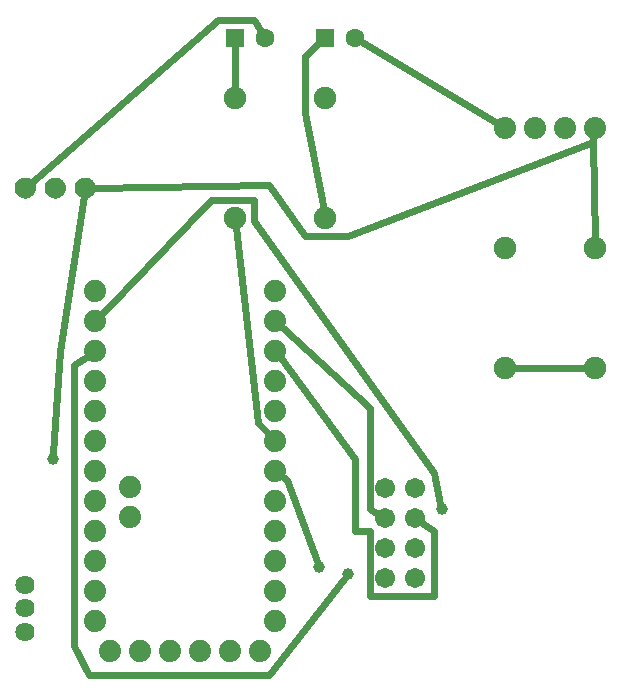
<source format=gbl>
G04 MADE WITH FRITZING*
G04 WWW.FRITZING.ORG*
G04 DOUBLE SIDED*
G04 HOLES PLATED*
G04 CONTOUR ON CENTER OF CONTOUR VECTOR*
%ASAXBY*%
%FSLAX23Y23*%
%MOIN*%
%OFA0B0*%
%SFA1.0B1.0*%
%ADD10C,0.067278*%
%ADD11C,0.073889*%
%ADD12C,0.070000*%
%ADD13C,0.062992*%
%ADD14C,0.075000*%
%ADD15C,0.074000*%
%ADD16C,0.064000*%
%ADD17C,0.039370*%
%ADD18R,0.062992X0.062992*%
%ADD19C,0.024000*%
%ADD20R,0.001000X0.001000*%
%LNCOPPER0*%
G90*
G70*
G54D10*
X1605Y793D03*
X1605Y693D03*
X1605Y593D03*
X1605Y493D03*
X1505Y793D03*
X1505Y693D03*
X1505Y593D03*
X1505Y493D03*
G54D11*
X1905Y1993D03*
X2005Y1993D03*
X2105Y1993D03*
X2205Y1993D03*
G54D12*
X505Y1793D03*
X405Y1793D03*
X305Y1793D03*
G54D13*
X1305Y2293D03*
X1403Y2293D03*
X1005Y2293D03*
X1103Y2293D03*
G54D14*
X2205Y1193D03*
X2205Y1593D03*
X2205Y1193D03*
X2205Y1593D03*
X1305Y2093D03*
X1305Y1693D03*
X1305Y2093D03*
X1305Y1693D03*
X1005Y1693D03*
X1005Y2093D03*
X1005Y1693D03*
X1005Y2093D03*
X1905Y1193D03*
X1905Y1593D03*
X1905Y1193D03*
X1905Y1593D03*
G54D15*
X588Y251D03*
X688Y251D03*
X788Y251D03*
X888Y251D03*
X988Y251D03*
X1088Y251D03*
X538Y351D03*
X538Y451D03*
X538Y551D03*
X538Y651D03*
X538Y751D03*
X653Y696D03*
X653Y796D03*
X538Y851D03*
X538Y951D03*
X538Y1051D03*
X538Y1151D03*
X538Y1251D03*
X538Y1351D03*
X538Y1451D03*
X1138Y1451D03*
X1138Y1351D03*
X1138Y1251D03*
X1138Y1151D03*
X1138Y1051D03*
X1138Y951D03*
X1138Y851D03*
X1138Y751D03*
X1138Y651D03*
X1138Y551D03*
X1138Y451D03*
X1138Y351D03*
G54D16*
X305Y314D03*
X305Y393D03*
X305Y472D03*
G54D17*
X1380Y507D03*
X1284Y531D03*
X1692Y723D03*
X396Y891D03*
G54D18*
X1305Y2293D03*
X1005Y2293D03*
G54D19*
X1005Y2266D02*
X1005Y2121D01*
D02*
X2176Y1193D02*
X1934Y1193D01*
D02*
X1284Y2276D02*
X1236Y2235D01*
X1236Y2235D02*
X1236Y2043D01*
X1236Y2043D02*
X1299Y1721D01*
D02*
X1116Y973D02*
X1080Y1011D01*
X1080Y1011D02*
X1008Y1664D01*
D02*
X1161Y1330D02*
X1452Y1059D01*
X1452Y1059D02*
X1452Y723D01*
X1452Y723D02*
X1481Y707D01*
D02*
X1628Y677D02*
X1668Y651D01*
X1668Y651D02*
X1668Y435D01*
X1668Y435D02*
X1452Y435D01*
X1452Y435D02*
X1452Y651D01*
X1452Y651D02*
X1404Y651D01*
X1404Y651D02*
X1404Y891D01*
X1404Y891D02*
X1157Y1226D01*
D02*
X512Y1233D02*
X468Y1203D01*
X468Y1203D02*
X468Y267D01*
X468Y267D02*
X516Y171D01*
X516Y171D02*
X1116Y171D01*
X1116Y171D02*
X1368Y492D01*
D02*
X1277Y549D02*
X1176Y819D01*
X1176Y819D02*
X1162Y831D01*
D02*
X559Y1373D02*
X924Y1755D01*
X924Y1755D02*
X1068Y1755D01*
X1068Y1755D02*
X1068Y1683D01*
X1068Y1683D02*
X1668Y843D01*
X1668Y843D02*
X1688Y742D01*
D02*
X2204Y1621D02*
X2196Y1947D01*
X2196Y1947D02*
X2198Y1959D01*
D02*
X531Y1793D02*
X1116Y1803D01*
X1116Y1803D02*
X1236Y1635D01*
X1236Y1635D02*
X1380Y1635D01*
X1380Y1635D02*
X2196Y1947D01*
D02*
X397Y910D02*
X420Y1251D01*
X420Y1251D02*
X501Y1767D01*
D02*
X1426Y2279D02*
X1876Y2010D01*
D02*
X325Y1810D02*
X948Y2355D01*
X948Y2355D02*
X1068Y2355D01*
X1068Y2355D02*
X1090Y2316D01*
G54D20*
X301Y1828D02*
X308Y1828D01*
X401Y1828D02*
X408Y1828D01*
X501Y1828D02*
X508Y1828D01*
X296Y1827D02*
X313Y1827D01*
X396Y1827D02*
X413Y1827D01*
X496Y1827D02*
X513Y1827D01*
X293Y1826D02*
X316Y1826D01*
X393Y1826D02*
X416Y1826D01*
X493Y1826D02*
X516Y1826D01*
X291Y1825D02*
X318Y1825D01*
X391Y1825D02*
X418Y1825D01*
X491Y1825D02*
X518Y1825D01*
X288Y1824D02*
X321Y1824D01*
X388Y1824D02*
X421Y1824D01*
X488Y1824D02*
X521Y1824D01*
X287Y1823D02*
X322Y1823D01*
X387Y1823D02*
X422Y1823D01*
X487Y1823D02*
X522Y1823D01*
X285Y1822D02*
X324Y1822D01*
X385Y1822D02*
X424Y1822D01*
X485Y1822D02*
X524Y1822D01*
X284Y1821D02*
X325Y1821D01*
X384Y1821D02*
X425Y1821D01*
X484Y1821D02*
X525Y1821D01*
X282Y1820D02*
X327Y1820D01*
X382Y1820D02*
X427Y1820D01*
X482Y1820D02*
X527Y1820D01*
X281Y1819D02*
X328Y1819D01*
X381Y1819D02*
X428Y1819D01*
X481Y1819D02*
X528Y1819D01*
X280Y1818D02*
X329Y1818D01*
X380Y1818D02*
X429Y1818D01*
X480Y1818D02*
X529Y1818D01*
X279Y1817D02*
X330Y1817D01*
X379Y1817D02*
X430Y1817D01*
X479Y1817D02*
X530Y1817D01*
X278Y1816D02*
X331Y1816D01*
X378Y1816D02*
X431Y1816D01*
X478Y1816D02*
X531Y1816D01*
X278Y1815D02*
X331Y1815D01*
X378Y1815D02*
X431Y1815D01*
X478Y1815D02*
X531Y1815D01*
X277Y1814D02*
X332Y1814D01*
X377Y1814D02*
X432Y1814D01*
X477Y1814D02*
X532Y1814D01*
X276Y1813D02*
X333Y1813D01*
X376Y1813D02*
X433Y1813D01*
X476Y1813D02*
X533Y1813D01*
X276Y1812D02*
X333Y1812D01*
X376Y1812D02*
X433Y1812D01*
X476Y1812D02*
X533Y1812D01*
X275Y1811D02*
X334Y1811D01*
X375Y1811D02*
X434Y1811D01*
X475Y1811D02*
X534Y1811D01*
X274Y1810D02*
X335Y1810D01*
X374Y1810D02*
X435Y1810D01*
X474Y1810D02*
X535Y1810D01*
X274Y1809D02*
X335Y1809D01*
X374Y1809D02*
X435Y1809D01*
X474Y1809D02*
X535Y1809D01*
X273Y1808D02*
X300Y1808D01*
X309Y1808D02*
X336Y1808D01*
X373Y1808D02*
X400Y1808D01*
X409Y1808D02*
X436Y1808D01*
X473Y1808D02*
X500Y1808D01*
X509Y1808D02*
X536Y1808D01*
X273Y1807D02*
X298Y1807D01*
X311Y1807D02*
X336Y1807D01*
X373Y1807D02*
X398Y1807D01*
X411Y1807D02*
X436Y1807D01*
X473Y1807D02*
X498Y1807D01*
X511Y1807D02*
X536Y1807D01*
X273Y1806D02*
X296Y1806D01*
X313Y1806D02*
X336Y1806D01*
X373Y1806D02*
X396Y1806D01*
X413Y1806D02*
X436Y1806D01*
X473Y1806D02*
X496Y1806D01*
X513Y1806D02*
X536Y1806D01*
X272Y1805D02*
X295Y1805D01*
X314Y1805D02*
X337Y1805D01*
X372Y1805D02*
X395Y1805D01*
X414Y1805D02*
X437Y1805D01*
X472Y1805D02*
X495Y1805D01*
X514Y1805D02*
X537Y1805D01*
X272Y1804D02*
X293Y1804D01*
X315Y1804D02*
X337Y1804D01*
X372Y1804D02*
X393Y1804D01*
X415Y1804D02*
X437Y1804D01*
X472Y1804D02*
X493Y1804D01*
X515Y1804D02*
X537Y1804D01*
X272Y1803D02*
X293Y1803D01*
X316Y1803D02*
X337Y1803D01*
X372Y1803D02*
X393Y1803D01*
X416Y1803D02*
X437Y1803D01*
X472Y1803D02*
X493Y1803D01*
X516Y1803D02*
X537Y1803D01*
X271Y1802D02*
X292Y1802D01*
X317Y1802D02*
X338Y1802D01*
X371Y1802D02*
X392Y1802D01*
X417Y1802D02*
X438Y1802D01*
X471Y1802D02*
X492Y1802D01*
X517Y1802D02*
X538Y1802D01*
X271Y1801D02*
X291Y1801D01*
X318Y1801D02*
X338Y1801D01*
X371Y1801D02*
X391Y1801D01*
X418Y1801D02*
X438Y1801D01*
X471Y1801D02*
X491Y1801D01*
X518Y1801D02*
X538Y1801D01*
X271Y1800D02*
X290Y1800D01*
X319Y1800D02*
X338Y1800D01*
X371Y1800D02*
X390Y1800D01*
X419Y1800D02*
X438Y1800D01*
X471Y1800D02*
X490Y1800D01*
X519Y1800D02*
X538Y1800D01*
X271Y1799D02*
X290Y1799D01*
X319Y1799D02*
X338Y1799D01*
X371Y1799D02*
X390Y1799D01*
X419Y1799D02*
X438Y1799D01*
X471Y1799D02*
X490Y1799D01*
X519Y1799D02*
X538Y1799D01*
X270Y1798D02*
X290Y1798D01*
X319Y1798D02*
X339Y1798D01*
X370Y1798D02*
X390Y1798D01*
X419Y1798D02*
X439Y1798D01*
X470Y1798D02*
X490Y1798D01*
X519Y1798D02*
X539Y1798D01*
X270Y1797D02*
X289Y1797D01*
X320Y1797D02*
X339Y1797D01*
X370Y1797D02*
X389Y1797D01*
X420Y1797D02*
X439Y1797D01*
X470Y1797D02*
X489Y1797D01*
X520Y1797D02*
X539Y1797D01*
X270Y1796D02*
X289Y1796D01*
X320Y1796D02*
X339Y1796D01*
X370Y1796D02*
X389Y1796D01*
X420Y1796D02*
X439Y1796D01*
X470Y1796D02*
X489Y1796D01*
X520Y1796D02*
X539Y1796D01*
X270Y1795D02*
X289Y1795D01*
X320Y1795D02*
X339Y1795D01*
X370Y1795D02*
X389Y1795D01*
X420Y1795D02*
X439Y1795D01*
X470Y1795D02*
X489Y1795D01*
X520Y1795D02*
X539Y1795D01*
X270Y1794D02*
X289Y1794D01*
X320Y1794D02*
X339Y1794D01*
X370Y1794D02*
X389Y1794D01*
X420Y1794D02*
X439Y1794D01*
X470Y1794D02*
X489Y1794D01*
X520Y1794D02*
X539Y1794D01*
X270Y1793D02*
X289Y1793D01*
X320Y1793D02*
X339Y1793D01*
X370Y1793D02*
X389Y1793D01*
X420Y1793D02*
X439Y1793D01*
X470Y1793D02*
X489Y1793D01*
X520Y1793D02*
X539Y1793D01*
X270Y1792D02*
X289Y1792D01*
X320Y1792D02*
X339Y1792D01*
X370Y1792D02*
X389Y1792D01*
X420Y1792D02*
X439Y1792D01*
X470Y1792D02*
X489Y1792D01*
X520Y1792D02*
X539Y1792D01*
X270Y1791D02*
X289Y1791D01*
X320Y1791D02*
X339Y1791D01*
X370Y1791D02*
X389Y1791D01*
X420Y1791D02*
X439Y1791D01*
X470Y1791D02*
X489Y1791D01*
X520Y1791D02*
X539Y1791D01*
X270Y1790D02*
X289Y1790D01*
X320Y1790D02*
X339Y1790D01*
X370Y1790D02*
X389Y1790D01*
X420Y1790D02*
X439Y1790D01*
X470Y1790D02*
X489Y1790D01*
X520Y1790D02*
X539Y1790D01*
X270Y1789D02*
X290Y1789D01*
X319Y1789D02*
X339Y1789D01*
X370Y1789D02*
X390Y1789D01*
X419Y1789D02*
X439Y1789D01*
X470Y1789D02*
X490Y1789D01*
X519Y1789D02*
X539Y1789D01*
X271Y1788D02*
X290Y1788D01*
X319Y1788D02*
X338Y1788D01*
X371Y1788D02*
X390Y1788D01*
X419Y1788D02*
X438Y1788D01*
X471Y1788D02*
X490Y1788D01*
X519Y1788D02*
X538Y1788D01*
X271Y1787D02*
X290Y1787D01*
X319Y1787D02*
X338Y1787D01*
X371Y1787D02*
X390Y1787D01*
X419Y1787D02*
X438Y1787D01*
X471Y1787D02*
X490Y1787D01*
X519Y1787D02*
X538Y1787D01*
X271Y1786D02*
X291Y1786D01*
X318Y1786D02*
X338Y1786D01*
X371Y1786D02*
X391Y1786D01*
X418Y1786D02*
X438Y1786D01*
X471Y1786D02*
X491Y1786D01*
X518Y1786D02*
X538Y1786D01*
X271Y1785D02*
X291Y1785D01*
X318Y1785D02*
X338Y1785D01*
X371Y1785D02*
X391Y1785D01*
X418Y1785D02*
X438Y1785D01*
X471Y1785D02*
X491Y1785D01*
X518Y1785D02*
X538Y1785D01*
X271Y1784D02*
X292Y1784D01*
X317Y1784D02*
X338Y1784D01*
X371Y1784D02*
X392Y1784D01*
X417Y1784D02*
X438Y1784D01*
X471Y1784D02*
X492Y1784D01*
X517Y1784D02*
X538Y1784D01*
X272Y1783D02*
X293Y1783D01*
X316Y1783D02*
X337Y1783D01*
X372Y1783D02*
X393Y1783D01*
X416Y1783D02*
X437Y1783D01*
X472Y1783D02*
X493Y1783D01*
X516Y1783D02*
X537Y1783D01*
X272Y1782D02*
X294Y1782D01*
X315Y1782D02*
X337Y1782D01*
X372Y1782D02*
X394Y1782D01*
X415Y1782D02*
X437Y1782D01*
X472Y1782D02*
X494Y1782D01*
X515Y1782D02*
X537Y1782D01*
X272Y1781D02*
X295Y1781D01*
X314Y1781D02*
X337Y1781D01*
X372Y1781D02*
X395Y1781D01*
X414Y1781D02*
X437Y1781D01*
X472Y1781D02*
X495Y1781D01*
X514Y1781D02*
X537Y1781D01*
X273Y1780D02*
X297Y1780D01*
X312Y1780D02*
X336Y1780D01*
X373Y1780D02*
X397Y1780D01*
X412Y1780D02*
X436Y1780D01*
X473Y1780D02*
X497Y1780D01*
X512Y1780D02*
X536Y1780D01*
X273Y1779D02*
X299Y1779D01*
X310Y1779D02*
X336Y1779D01*
X373Y1779D02*
X399Y1779D01*
X410Y1779D02*
X436Y1779D01*
X473Y1779D02*
X499Y1779D01*
X510Y1779D02*
X536Y1779D01*
X274Y1778D02*
X335Y1778D01*
X374Y1778D02*
X435Y1778D01*
X474Y1778D02*
X535Y1778D01*
X274Y1777D02*
X335Y1777D01*
X374Y1777D02*
X435Y1777D01*
X474Y1777D02*
X535Y1777D01*
X275Y1776D02*
X334Y1776D01*
X375Y1776D02*
X434Y1776D01*
X475Y1776D02*
X534Y1776D01*
X275Y1775D02*
X334Y1775D01*
X375Y1775D02*
X434Y1775D01*
X475Y1775D02*
X534Y1775D01*
X276Y1774D02*
X333Y1774D01*
X376Y1774D02*
X433Y1774D01*
X476Y1774D02*
X533Y1774D01*
X277Y1773D02*
X332Y1773D01*
X377Y1773D02*
X432Y1773D01*
X477Y1773D02*
X532Y1773D01*
X277Y1772D02*
X332Y1772D01*
X377Y1772D02*
X432Y1772D01*
X477Y1772D02*
X532Y1772D01*
X278Y1771D02*
X331Y1771D01*
X378Y1771D02*
X431Y1771D01*
X478Y1771D02*
X531Y1771D01*
X279Y1770D02*
X330Y1770D01*
X379Y1770D02*
X430Y1770D01*
X479Y1770D02*
X530Y1770D01*
X280Y1769D02*
X329Y1769D01*
X380Y1769D02*
X429Y1769D01*
X480Y1769D02*
X529Y1769D01*
X281Y1768D02*
X328Y1768D01*
X381Y1768D02*
X428Y1768D01*
X481Y1768D02*
X528Y1768D01*
X282Y1767D02*
X327Y1767D01*
X382Y1767D02*
X427Y1767D01*
X482Y1767D02*
X527Y1767D01*
X283Y1766D02*
X326Y1766D01*
X383Y1766D02*
X426Y1766D01*
X483Y1766D02*
X526Y1766D01*
X285Y1765D02*
X324Y1765D01*
X385Y1765D02*
X424Y1765D01*
X485Y1765D02*
X524Y1765D01*
X286Y1764D02*
X323Y1764D01*
X386Y1764D02*
X423Y1764D01*
X486Y1764D02*
X523Y1764D01*
X288Y1763D02*
X321Y1763D01*
X388Y1763D02*
X421Y1763D01*
X488Y1763D02*
X521Y1763D01*
X290Y1762D02*
X319Y1762D01*
X390Y1762D02*
X419Y1762D01*
X490Y1762D02*
X519Y1762D01*
X292Y1761D02*
X317Y1761D01*
X392Y1761D02*
X417Y1761D01*
X492Y1761D02*
X517Y1761D01*
X295Y1760D02*
X314Y1760D01*
X395Y1760D02*
X414Y1760D01*
X495Y1760D02*
X514Y1760D01*
X299Y1759D02*
X310Y1759D01*
X399Y1759D02*
X410Y1759D01*
X499Y1759D02*
X510Y1759D01*
D02*
G04 End of Copper0*
M02*
</source>
